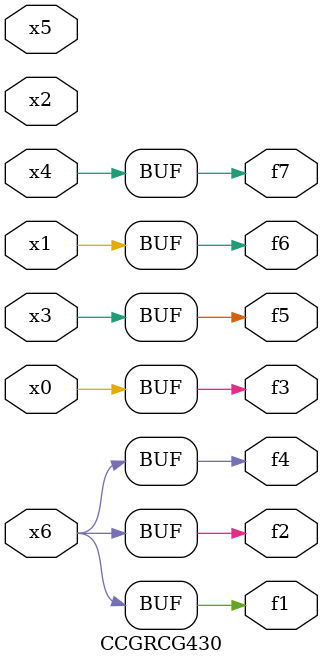
<source format=v>
module CCGRCG430(
	input x0, x1, x2, x3, x4, x5, x6,
	output f1, f2, f3, f4, f5, f6, f7
);
	assign f1 = x6;
	assign f2 = x6;
	assign f3 = x0;
	assign f4 = x6;
	assign f5 = x3;
	assign f6 = x1;
	assign f7 = x4;
endmodule

</source>
